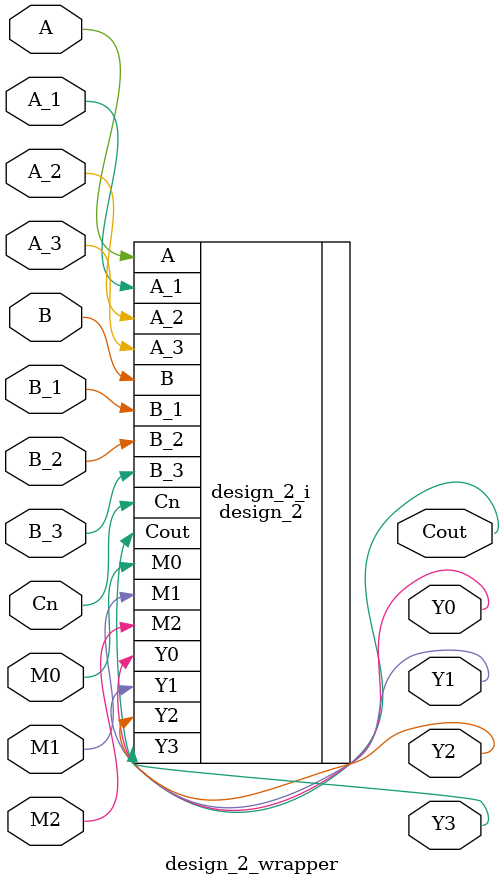
<source format=v>
`timescale 1 ps / 1 ps

module design_2_wrapper
   (A,
    A_1,
    A_2,
    A_3,
    B,
    B_1,
    B_2,
    B_3,
    Cn,
    Cout,
    M0,
    M1,
    M2,
    Y0,
    Y1,
    Y2,
    Y3);
  input A;
  input A_1;
  input A_2;
  input A_3;
  input B;
  input B_1;
  input B_2;
  input B_3;
  input Cn;
  output Cout;
  input M0;
  input M1;
  input M2;
  output Y0;
  output Y1;
  output Y2;
  output Y3;

  wire A;
  wire A_1;
  wire A_2;
  wire A_3;
  wire B;
  wire B_1;
  wire B_2;
  wire B_3;
  wire Cn;
  wire Cout;
  wire M0;
  wire M1;
  wire M2;
  wire Y0;
  wire Y1;
  wire Y2;
  wire Y3;

  design_2 design_2_i
       (.A(A),
        .A_1(A_1),
        .A_2(A_2),
        .A_3(A_3),
        .B(B),
        .B_1(B_1),
        .B_2(B_2),
        .B_3(B_3),
        .Cn(Cn),
        .Cout(Cout),
        .M0(M0),
        .M1(M1),
        .M2(M2),
        .Y0(Y0),
        .Y1(Y1),
        .Y2(Y2),
        .Y3(Y3));
endmodule

</source>
